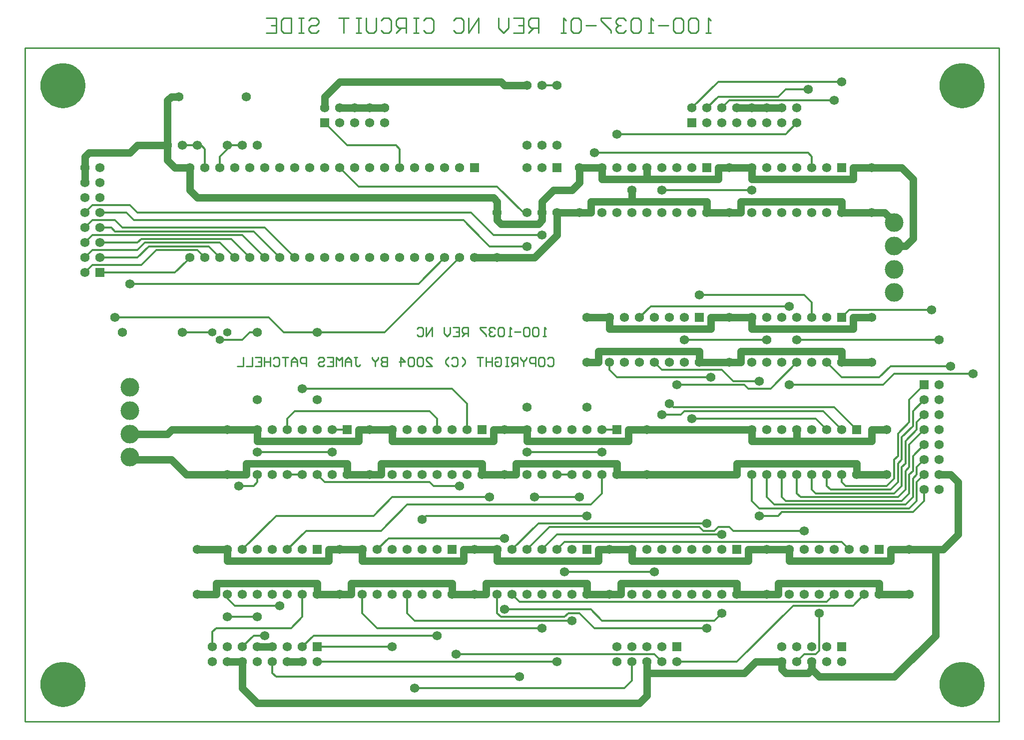
<source format=gbl>
*%FSLAX23Y23*%
*%MOIN*%
G01*
%ADD11C,0.007*%
%ADD12C,0.008*%
%ADD13C,0.010*%
%ADD14C,0.012*%
%ADD15C,0.020*%
%ADD16C,0.032*%
%ADD17C,0.036*%
%ADD18C,0.050*%
%ADD19C,0.052*%
%ADD20C,0.055*%
%ADD21C,0.056*%
%ADD22C,0.061*%
%ADD23C,0.062*%
%ADD24C,0.068*%
%ADD25C,0.070*%
%ADD26C,0.090*%
%ADD27C,0.125*%
%ADD28C,0.131*%
%ADD29C,0.140*%
%ADD30C,0.160*%
%ADD31C,0.250*%
%ADD32R,0.062X0.062*%
%ADD33R,0.068X0.068*%
%ADD34R,0.250X0.250*%
D13*
X11059Y10152D02*
X11092D01*
X11075D02*
X11059D01*
X11075D02*
Y10252D01*
X11076D01*
X11075D02*
X11092Y10235D01*
X11009D02*
X10992Y10252D01*
X10959D01*
X10942Y10235D01*
Y10169D01*
X10959Y10152D01*
X10992D01*
X11009Y10169D01*
Y10235D01*
X10909D02*
X10892Y10252D01*
X10859D01*
X10842Y10235D01*
Y10169D01*
X10859Y10152D01*
X10892D01*
X10909Y10169D01*
Y10235D01*
X10809Y10202D02*
X10742D01*
X10709Y10152D02*
X10675D01*
X10692D01*
Y10252D01*
X10693D01*
X10692D02*
X10709Y10235D01*
X10625D02*
X10609Y10252D01*
X10576D01*
X10559Y10235D01*
Y10169D01*
X10576Y10152D01*
X10609D01*
X10625Y10169D01*
Y10235D01*
X10526D02*
X10509Y10252D01*
X10476D01*
X10459Y10235D01*
Y10219D01*
X10460D01*
X10459D02*
X10460D01*
X10459D02*
X10460D01*
X10459D02*
X10476Y10202D01*
X10492D01*
X10476D01*
X10459Y10185D01*
Y10169D01*
X10476Y10152D01*
X10509D01*
X10526Y10169D01*
X10426Y10252D02*
X10359D01*
Y10235D01*
X10426Y10169D01*
Y10152D01*
X10326Y10202D02*
X10259D01*
X10226Y10235D02*
X10209Y10252D01*
X10176D01*
X10159Y10235D01*
Y10169D01*
X10176Y10152D01*
X10209D01*
X10226Y10169D01*
Y10235D01*
X10126Y10152D02*
X10092D01*
X10109D01*
Y10252D01*
X10110D01*
X10109D02*
X10126Y10235D01*
X9942Y10252D02*
Y10152D01*
Y10252D02*
X9892D01*
X9876Y10235D01*
Y10202D01*
X9892Y10185D01*
X9942D01*
X9909D02*
X9876Y10152D01*
X9842Y10252D02*
X9776D01*
X9842D02*
Y10152D01*
X9776D01*
X9809Y10202D02*
X9842D01*
X9742Y10185D02*
Y10252D01*
Y10185D02*
X9709Y10152D01*
X9676Y10185D01*
Y10252D01*
X9543D02*
Y10152D01*
X9476D02*
X9543Y10252D01*
X9476D02*
Y10152D01*
X9376Y10235D02*
X9393Y10252D01*
X9426D01*
X9443Y10235D01*
Y10169D01*
X9426Y10152D01*
X9393D01*
X9376Y10169D01*
X9193Y10252D02*
X9176Y10235D01*
X9193Y10252D02*
X9226D01*
X9243Y10235D01*
Y10169D01*
X9226Y10152D01*
X9193D01*
X9176Y10169D01*
X9143Y10252D02*
X9109D01*
X9126D01*
Y10152D01*
X9143D01*
X9109D01*
X9059D02*
Y10252D01*
X9009D01*
X8993Y10235D01*
Y10202D01*
X9009Y10185D01*
X9059D01*
X9026D02*
X8993Y10152D01*
X8893Y10235D02*
X8909Y10252D01*
X8943D01*
X8959Y10235D01*
Y10169D01*
X8943Y10152D01*
X8909D01*
X8893Y10169D01*
X8859D02*
Y10252D01*
Y10169D02*
X8843Y10152D01*
X8809D01*
X8793Y10169D01*
Y10252D01*
X8759D02*
X8726D01*
X8743D01*
Y10152D01*
X8759D01*
X8726D01*
X8676Y10252D02*
X8609D01*
X8643D01*
Y10152D01*
X8426Y10252D02*
X8410Y10235D01*
X8426Y10252D02*
X8460D01*
X8476Y10235D01*
Y10219D01*
X8460Y10202D01*
X8426D01*
X8410Y10185D01*
Y10169D01*
X8426Y10152D01*
X8460D01*
X8476Y10169D01*
X8376Y10252D02*
X8343D01*
X8360D01*
Y10152D01*
X8376D01*
X8343D01*
X8293D02*
Y10252D01*
Y10152D02*
X8243D01*
X8226Y10169D01*
Y10235D01*
X8243Y10252D01*
X8293D01*
X8193D02*
X8126D01*
X8193D02*
Y10152D01*
X8126D01*
X8160Y10202D02*
X8193D01*
X9972Y8127D02*
X9992D01*
X9982D02*
X9972D01*
X9982D02*
Y8187D01*
X9983D01*
X9982D02*
X9992Y8177D01*
X9942D02*
X9932Y8187D01*
X9912D01*
X9902Y8177D01*
Y8137D01*
X9912Y8127D01*
X9932D01*
X9942Y8137D01*
Y8177D01*
X9882D02*
X9872Y8187D01*
X9852D01*
X9842Y8177D01*
Y8137D01*
X9852Y8127D01*
X9872D01*
X9882Y8137D01*
Y8177D01*
X9822Y8157D02*
X9782D01*
X9762Y8127D02*
X9742D01*
X9752D01*
Y8187D01*
X9753D01*
X9752D02*
X9762Y8177D01*
X9712D02*
X9702Y8187D01*
X9682D01*
X9672Y8177D01*
Y8137D01*
X9682Y8127D01*
X9702D01*
X9712Y8137D01*
Y8177D01*
X9652D02*
X9642Y8187D01*
X9622D01*
X9612Y8177D01*
Y8167D01*
X9613D01*
X9612D02*
X9613D01*
X9612D02*
X9613D01*
X9612D02*
X9622Y8157D01*
X9632D01*
X9622D01*
X9612Y8147D01*
Y8137D01*
X9622Y8127D01*
X9642D01*
X9652Y8137D01*
X9592Y8187D02*
X9552D01*
Y8177D01*
X9592Y8137D01*
Y8127D01*
X9472D02*
Y8187D01*
X9442D01*
X9432Y8177D01*
Y8157D01*
X9442Y8147D01*
X9472D01*
X9452D02*
X9432Y8127D01*
X9412Y8187D02*
X9372D01*
X9412D02*
Y8127D01*
X9372D01*
X9392Y8157D02*
X9412D01*
X9352Y8147D02*
Y8187D01*
Y8147D02*
X9332Y8127D01*
X9312Y8147D01*
Y8187D01*
X9232D02*
Y8127D01*
X9192D02*
X9232Y8187D01*
X9192D02*
Y8127D01*
X9132Y8177D02*
X9142Y8187D01*
X9162D01*
X9172Y8177D01*
Y8137D01*
X9162Y8127D01*
X9142D01*
X9132Y8137D01*
X10002Y7977D02*
X10012Y7987D01*
X10032D01*
X10042Y7977D01*
Y7937D01*
X10032Y7927D01*
X10012D01*
X10002Y7937D01*
X9972Y7987D02*
X9952D01*
X9972D02*
X9982Y7977D01*
Y7937D01*
X9972Y7927D01*
X9952D01*
X9942Y7937D01*
Y7977D01*
X9952Y7987D01*
X9922D02*
Y7927D01*
Y7987D02*
X9892D01*
X9882Y7977D01*
Y7957D01*
X9892Y7947D01*
X9922D01*
X9862Y7977D02*
Y7987D01*
Y7977D02*
X9842Y7957D01*
X9822Y7977D01*
Y7987D01*
X9842Y7957D02*
Y7927D01*
X9802D02*
Y7987D01*
X9772D01*
X9762Y7977D01*
Y7957D01*
X9772Y7947D01*
X9802D01*
X9782D02*
X9762Y7927D01*
X9742Y7987D02*
X9722D01*
X9732D01*
Y7927D01*
X9742D01*
X9722D01*
X9662Y7987D02*
X9652Y7977D01*
X9662Y7987D02*
X9682D01*
X9692Y7977D01*
Y7937D01*
X9682Y7927D01*
X9662D01*
X9652Y7937D01*
Y7957D01*
X9672D01*
X9632Y7987D02*
Y7927D01*
Y7957D01*
X9592D01*
Y7987D01*
Y7927D01*
X9572Y7987D02*
X9532D01*
X9552D01*
Y7927D01*
X9452Y7947D02*
X9432Y7927D01*
X9452Y7947D02*
Y7967D01*
X9432Y7987D01*
X9372D02*
X9362Y7977D01*
X9372Y7987D02*
X9392D01*
X9402Y7977D01*
Y7937D01*
X9392Y7927D01*
X9372D01*
X9362Y7937D01*
X9342Y7927D02*
X9322Y7947D01*
Y7967D01*
X9342Y7987D01*
X9232Y7927D02*
X9192D01*
X9232D02*
X9192Y7967D01*
Y7977D01*
X9202Y7987D01*
X9222D01*
X9232Y7977D01*
X9172D02*
X9162Y7987D01*
X9142D01*
X9132Y7977D01*
Y7937D01*
X9142Y7927D01*
X9162D01*
X9172Y7937D01*
Y7977D01*
X9112D02*
X9102Y7987D01*
X9082D01*
X9072Y7977D01*
Y7937D01*
X9082Y7927D01*
X9102D01*
X9112Y7937D01*
Y7977D01*
X9022Y7987D02*
Y7927D01*
X9052Y7957D02*
X9022Y7987D01*
X9012Y7957D02*
X9052D01*
X8932Y7987D02*
Y7927D01*
X8902D01*
X8892Y7937D01*
Y7947D01*
X8902Y7957D01*
X8932D01*
X8933D01*
X8932D02*
X8933D01*
X8932D02*
X8933D01*
X8932D02*
X8902D01*
X8892Y7967D01*
Y7977D01*
X8902Y7987D01*
X8932D01*
X8872D02*
Y7977D01*
X8852Y7957D01*
X8832Y7977D01*
Y7987D01*
X8852Y7957D02*
Y7927D01*
X8732Y7987D02*
X8712D01*
X8722D02*
X8732D01*
X8722D02*
Y7937D01*
X8732Y7927D01*
X8742D01*
X8752Y7937D01*
X8692Y7927D02*
Y7967D01*
X8672Y7987D01*
X8652Y7967D01*
Y7927D01*
Y7957D01*
X8692D01*
X8632Y7927D02*
Y7987D01*
X8612Y7967D01*
X8592Y7987D01*
Y7927D01*
X8572Y7987D02*
X8532D01*
X8572D02*
Y7927D01*
X8532D01*
X8552Y7957D02*
X8572D01*
X8483Y7987D02*
X8473Y7977D01*
X8483Y7987D02*
X8502D01*
X8512Y7977D01*
Y7967D01*
X8502Y7957D01*
X8483D01*
X8473Y7947D01*
Y7937D01*
X8483Y7927D01*
X8502D01*
X8512Y7937D01*
X8393Y7927D02*
Y7987D01*
X8363D01*
X8353Y7977D01*
Y7957D01*
X8363Y7947D01*
X8393D01*
X8333Y7927D02*
Y7967D01*
X8313Y7987D01*
X8293Y7967D01*
Y7927D01*
Y7957D01*
X8333D01*
X8273Y7987D02*
X8233D01*
X8253D01*
Y7927D01*
X8183Y7987D02*
X8173Y7977D01*
X8183Y7987D02*
X8203D01*
X8213Y7977D01*
Y7937D01*
X8203Y7927D01*
X8183D01*
X8173Y7937D01*
X8153Y7927D02*
Y7987D01*
Y7957D02*
Y7927D01*
Y7957D02*
X8113D01*
Y7987D01*
Y7927D01*
X8093Y7987D02*
X8053D01*
X8093D02*
Y7927D01*
X8053D01*
X8073Y7957D02*
X8093D01*
X8033Y7987D02*
Y7927D01*
X7993D01*
X7973D02*
Y7987D01*
Y7927D02*
X7933D01*
X6517Y10052D02*
X13017D01*
Y5552D02*
X6517D01*
Y10052D01*
X13017D02*
Y5552D01*
D14*
X8117Y8652D02*
X7967Y8802D01*
X7892Y8777D02*
X8017Y8652D01*
X8042Y8827D02*
X8217Y8652D01*
X8317D02*
X8117Y8852D01*
X9442Y8902D02*
X9567Y8777D01*
X9642Y8802D02*
X9492Y8952D01*
X9667Y9127D02*
X9842Y8952D01*
X8742Y9127D02*
X8617Y9252D01*
X8667Y9402D02*
X8517Y9552D01*
X11842Y7627D02*
X11967Y7502D01*
X12067D02*
X11917Y7652D01*
X9317Y8652D02*
X9142Y8477D01*
X9417Y8652D02*
X8917Y8152D01*
X9942Y6877D02*
X9767Y6702D01*
X9867D02*
X10017Y6852D01*
X10967Y9652D02*
X11142Y9827D01*
X11667Y7952D02*
X11492Y7777D01*
X9067Y7002D02*
X8892Y6827D01*
X8392D02*
X8267Y6702D01*
X8842Y6927D02*
X8967Y7052D01*
X8192Y6927D02*
X7967Y6702D01*
X11267Y5952D02*
X11642Y6327D01*
X9817Y5852D02*
X8192D01*
X9117Y5777D02*
X10517D01*
X11717Y6002D02*
X11792D01*
X10067Y5952D02*
X8467D01*
Y6052D02*
X8967D01*
X9392Y6002D02*
X10717D01*
X10867Y5952D02*
X11267D01*
X6967Y8602D02*
X6917Y8552D01*
Y8652D02*
X6967Y8702D01*
X6917Y8752D02*
X6967Y8802D01*
X6917Y8852D02*
X6967Y8902D01*
X6917Y8952D02*
X6967Y9002D01*
X8042Y6127D02*
X8117D01*
X8067Y6252D02*
X7867D01*
X8442Y6127D02*
X9267D01*
X8867Y6177D02*
X9967D01*
X10167Y6227D02*
X9117D01*
X9692Y6252D02*
X10117D01*
X10142Y6277D02*
X10217D01*
X10317Y6177D02*
X11067D01*
X11117Y6227D02*
X10367D01*
X10292Y6302D02*
X9717D01*
X8292Y6177D02*
X7792D01*
X7117Y8827D02*
X7092Y8852D01*
X7117Y8902D02*
X7167Y8852D01*
X7242Y8902D02*
X7192Y8952D01*
X7217Y9002D02*
X7267Y8952D01*
X7342Y8727D02*
X7267Y8652D01*
Y8702D02*
X7317Y8752D01*
X7292Y8777D02*
X7267Y8752D01*
X9817Y6352D02*
X11867D01*
X8217Y6327D02*
X7917D01*
X11642D02*
X12042D01*
X7392Y8702D02*
X7292Y8602D01*
X10117Y6552D02*
X10717D01*
X7717Y8652D02*
X7667Y8702D01*
X7592Y8627D02*
X7517Y8552D01*
X7592Y8627D02*
X7617Y8652D01*
X9942Y6877D02*
X11067D01*
X11017Y6852D02*
X10017D01*
X10117Y6752D02*
X11967D01*
X11167Y6802D02*
X10067D01*
X11042Y6827D02*
X11117D01*
X11142Y6852D02*
X11217D01*
X11242Y6827D02*
X11717D01*
X8892D02*
X8392D01*
X8942Y6777D02*
X9717D01*
X7817Y9252D02*
Y9327D01*
X7717Y9377D02*
Y9252D01*
X7767Y6152D02*
Y6052D01*
X7817Y8652D02*
X7742Y8727D01*
X7817Y8752D02*
X7917Y8652D01*
X7717Y9377D02*
X7692Y9402D01*
X7817Y9327D02*
X7867Y9377D01*
X7792Y6177D02*
X7767Y6152D01*
X9917Y7052D02*
X10217D01*
X10267Y6927D02*
X9192D01*
X11692Y7052D02*
X12342D01*
X12392Y7002D02*
X11517D01*
X11417Y6977D02*
X12417D01*
X12367Y7027D02*
X11592D01*
X11792Y7077D02*
X12317D01*
X12442Y6952D02*
X11567D01*
X11542Y6927D02*
X11417D01*
X10292Y7002D02*
X9067D01*
X8842Y6927D02*
X8192D01*
X8967Y7052D02*
X9617D01*
X7867Y9377D02*
Y9402D01*
Y6402D02*
Y6377D01*
X7917Y6327D01*
X7967Y8102D02*
X8017Y8152D01*
X8067Y7152D02*
X8042Y7127D01*
Y6127D02*
X7967Y6052D01*
X8267Y7202D02*
X8367D01*
X8042Y7127D02*
X7942D01*
X10067Y7202D02*
X10167D01*
X11892Y7102D02*
X12292D01*
X12267Y7127D02*
X11992D01*
X9217Y7152D02*
X8517D01*
X9242Y7127D02*
X9417D01*
X8067Y7152D02*
Y7202D01*
X8167Y5952D02*
Y5877D01*
X8242Y8152D02*
X8142Y8252D01*
X8167Y5877D02*
X8192Y5852D01*
X9867Y7352D02*
X10367D01*
X8567D02*
X8067D01*
X8267Y7502D02*
Y7577D01*
X8367Y6402D02*
Y6252D01*
X8267Y7577D02*
X8317Y7627D01*
X8442Y6127D02*
X8367Y6052D01*
X8292Y6177D02*
X8367Y6252D01*
X8317Y7627D02*
X9217D01*
X8667Y7502D02*
X8567D01*
X10367D02*
X10467D01*
X10967Y7577D02*
X11792D01*
X10892Y7602D02*
X10767D01*
X10917Y7627D02*
X11842D01*
X11917Y7652D02*
X10842D01*
X8517Y7152D02*
X8467Y7202D01*
X8367Y7777D02*
X9367D01*
X10467Y7852D02*
X11092D01*
X11242Y7827D02*
X11417D01*
X11317Y7802D02*
X10867D01*
X11342Y7777D02*
X11492D01*
X12317Y7877D02*
X12842D01*
X12217Y7852D02*
X11967D01*
X12242Y7802D02*
X11617D01*
X8767Y6402D02*
Y6277D01*
X8867Y6177D01*
X10767Y7902D02*
X11167D01*
X12292Y7927D02*
X12692D01*
X9017Y9252D02*
Y9377D01*
X8992Y9402D01*
X8942Y6777D02*
X8867Y6702D01*
X7767Y8152D02*
X7567D01*
X7817Y8102D02*
X7967D01*
X8017Y8152D02*
X8067D01*
X8142Y8252D02*
X7117D01*
X8467Y8152D02*
X8917D01*
X8467D02*
X8242D01*
X10917Y8102D02*
X11467D01*
X11667D02*
X12617D01*
X9067Y6402D02*
Y6277D01*
X9267Y7577D02*
X9217Y7627D01*
Y7152D02*
X9242Y7127D01*
X9067Y6277D02*
X9117Y6227D01*
X9167Y6902D02*
X9192Y6927D01*
X11017Y8402D02*
X11717D01*
X12017Y8302D02*
X12567D01*
X11617Y8327D02*
X10692D01*
X9267Y7577D02*
Y7502D01*
X9467Y7677D02*
X9367Y7777D01*
X7517Y8552D02*
X7017D01*
X6967Y8602D02*
X7292D01*
X7267Y8652D02*
X7017D01*
X7217Y8477D02*
X9142D01*
X9467Y7677D02*
Y7502D01*
X9617Y8727D02*
X9567Y8777D01*
X7667Y8702D02*
X7392D01*
X7342Y8727D02*
X7742D01*
X7267Y8702D02*
X6967D01*
X7317Y8752D02*
X7817D01*
X7267D02*
X7017D01*
X6967Y8802D02*
X7267D01*
X7367D02*
X7967D01*
X7367D02*
X7267D01*
X7292Y8777D02*
X7892D01*
X8042Y8827D02*
X7117D01*
X7092Y8852D02*
X7017D01*
X7167D02*
X8117D01*
X9617Y8727D02*
X9867D01*
X9967Y8802D02*
X9642D01*
X9667Y6402D02*
Y6277D01*
X9767Y6402D02*
X9817Y6352D01*
X9692Y6252D02*
X9667Y6277D01*
X7117Y8902D02*
X6967D01*
X7242D02*
X9442D01*
X7192Y8952D02*
X7017D01*
X6967Y9002D02*
X7217D01*
X7267Y8952D02*
X9492D01*
X9842D02*
X9867D01*
X10067Y6802D02*
X9967Y6702D01*
X9667Y9127D02*
X8742D01*
X10767Y9102D02*
X11367D01*
X10117Y6752D02*
X10067Y6702D01*
X10142Y6277D02*
X10117Y6252D01*
X8992Y9402D02*
X8667D01*
X7967D02*
X7867D01*
X7692D02*
X7667D01*
X7567D01*
X10317Y9352D02*
X11742D01*
X10367Y7202D02*
Y7077D01*
X10217Y6277D02*
X10317Y6177D01*
X10367Y6227D02*
X10292Y6302D01*
Y7002D02*
X10367Y7077D01*
X10467Y9477D02*
X11592D01*
X10417Y7952D02*
Y7902D01*
X10567Y5952D02*
Y5827D01*
X10467Y7852D02*
X10417Y7902D01*
X10567Y5827D02*
X10517Y5777D01*
X10067Y9802D02*
X9967D01*
X11217Y9702D02*
X11917D01*
X11542Y9727D02*
X11142D01*
X11592Y9777D02*
X11742D01*
X11967Y9827D02*
X11142D01*
X10717Y7952D02*
X10767Y7902D01*
X10717Y6002D02*
X10767Y5952D01*
X10617Y8252D02*
X10692Y8327D01*
X10817Y7677D02*
X10842Y7652D01*
X10892Y7602D02*
X10917Y7627D01*
X11017Y6852D02*
X11042Y6827D01*
X11242Y7827D02*
X11167Y7902D01*
X11142Y6852D02*
X11117Y6827D01*
X11167Y9652D02*
X11217Y9702D01*
X11142Y9727D02*
X11067Y9652D01*
X11167Y6277D02*
X11117Y6227D01*
X11367Y7027D02*
Y7202D01*
X11217Y6852D02*
X11242Y6827D01*
X11417Y6977D02*
X11367Y7027D01*
X11342Y7777D02*
X11317Y7802D01*
X11467Y7202D02*
Y7052D01*
X11567D02*
Y7202D01*
X11467Y7052D02*
X11517Y7002D01*
X11567Y7052D02*
X11592Y7027D01*
X11567Y6952D02*
X11542Y6927D01*
Y9727D02*
X11592Y9777D01*
X11667Y7202D02*
Y7077D01*
X11767Y7102D02*
Y7202D01*
Y8252D02*
Y8352D01*
Y9252D02*
Y9327D01*
X11667Y7077D02*
X11692Y7052D01*
X11767Y7102D02*
X11792Y7077D01*
X11767Y8352D02*
X11717Y8402D01*
X11767Y9327D02*
X11742Y9352D01*
X11717Y6002D02*
X11667Y5952D01*
X11592Y9477D02*
X11667Y9552D01*
X11867Y7202D02*
Y7127D01*
X11967Y7152D02*
Y7202D01*
X11817Y6277D02*
Y6027D01*
X12017Y6702D02*
X11967Y6752D01*
X11892Y7102D02*
X11867Y7127D01*
X11967Y7152D02*
X11992Y7127D01*
X11867Y7502D02*
X11792Y7577D01*
X11967Y7852D02*
X11867Y7952D01*
X11917Y6402D02*
X11867Y6352D01*
X11817Y6027D02*
X11792Y6002D01*
X11967Y8252D02*
X12017Y8302D01*
X12117Y6402D02*
X12042Y6327D01*
X12342Y7152D02*
Y7277D01*
X12317Y7302D02*
Y7177D01*
X12342Y7327D02*
Y7477D01*
X12392Y7102D02*
X12342Y7052D01*
X12317Y7077D02*
X12367Y7127D01*
X12342Y7152D02*
X12292Y7102D01*
X12342Y7277D02*
X12367Y7302D01*
X12317Y7177D02*
X12267Y7127D01*
X12317Y7302D02*
X12342Y7327D01*
Y7477D02*
X12417Y7552D01*
X12242Y7802D02*
X12317Y7877D01*
X12292Y7927D02*
X12217Y7852D01*
X12467Y7252D02*
Y7202D01*
X12442Y7227D02*
Y7327D01*
X12417Y7252D02*
Y7402D01*
X12467Y7152D02*
Y7027D01*
X12442Y7052D02*
Y7177D01*
X12417Y7202D02*
Y7077D01*
X12392Y7102D02*
Y7227D01*
X12367Y7252D02*
Y7127D01*
X12392Y7277D02*
Y7427D01*
X12467Y7502D02*
Y7552D01*
X12367Y7452D02*
Y7302D01*
X12442Y7527D02*
Y7627D01*
X12417Y7552D02*
Y7702D01*
X12517Y7102D02*
Y7027D01*
X12467Y7252D02*
X12517Y7302D01*
X12442Y7327D02*
X12517Y7402D01*
X12417D02*
X12517Y7502D01*
Y7202D02*
X12467Y7152D01*
X12442Y7177D02*
X12467Y7202D01*
X12442Y7052D02*
X12392Y7002D01*
X12417Y6977D02*
X12467Y7027D01*
X12417Y7077D02*
X12367Y7027D01*
X12417Y7202D02*
X12442Y7227D01*
X12417Y7252D02*
X12392Y7227D01*
X12367Y7252D02*
X12392Y7277D01*
Y7427D02*
X12467Y7502D01*
Y7552D02*
X12517Y7602D01*
X12442Y7527D02*
X12367Y7452D01*
X12442Y7627D02*
X12517Y7702D01*
X12417D02*
X12517Y7802D01*
Y7027D02*
X12442Y6952D01*
D18*
X8067Y5677D02*
X7967Y5777D01*
X11767Y5902D02*
X11817Y5852D01*
X7592Y7202D02*
X7492Y7302D01*
X12251Y8952D02*
X12317Y8886D01*
X9692Y8877D02*
X9667Y8902D01*
Y9027D02*
X9642Y9052D01*
X7667D02*
X7617Y9102D01*
X7517Y9252D02*
X7467Y9302D01*
X12367Y9252D02*
X12442Y9177D01*
X9717Y9802D02*
X9692Y9827D01*
X12692Y7202D02*
X12742Y7152D01*
X11567Y5902D02*
X11592Y5877D01*
X10667Y5727D02*
X10617Y5677D01*
X12317Y5852D02*
X12592Y6127D01*
X7495Y7502D02*
X7467Y7474D01*
X9917Y8652D02*
X10067Y8802D01*
X9967Y8902D02*
X9942Y8877D01*
X7492Y9727D02*
X7467Y9702D01*
X12392Y8730D02*
X12442Y8780D01*
X10217Y9152D02*
X10167Y9102D01*
X10042D02*
X9967Y9027D01*
X8617Y9827D02*
X8517Y9727D01*
X6942Y9352D02*
X6917Y9327D01*
X7217Y9352D02*
X7267Y9402D01*
X12642Y6702D02*
X12742Y6802D01*
X11392Y5952D02*
X11317Y5877D01*
X11742D02*
X11767Y5902D01*
X10617Y5677D02*
X8067D01*
X11817Y5852D02*
X12317D01*
X11317Y5877D02*
X10667D01*
X11592D02*
X11742D01*
X7967Y5952D02*
X7867D01*
X8267D02*
X8367D01*
X8167Y6052D02*
X8067D01*
X11392Y5952D02*
X11567D01*
X6917Y9152D02*
Y9252D01*
Y9327D01*
X7217Y7318D02*
Y7302D01*
X11542Y6477D02*
X12217D01*
Y6402D02*
X12417D01*
X11542D02*
X11467D01*
X11267Y6477D02*
X10492D01*
X11267Y6402D02*
X11467D01*
X10492D02*
X10417D01*
X10267Y6477D02*
X9592D01*
X10267Y6402D02*
X10417D01*
X9592D02*
X9517D01*
X9367Y6477D02*
X8692D01*
X9367Y6402D02*
X9517D01*
X8692D02*
X8617D01*
X8467Y6477D02*
X7792D01*
Y6402D02*
X7667D01*
X8467D02*
X8617D01*
X7467Y9302D02*
Y9402D01*
Y9702D01*
X7867Y6627D02*
X8542D01*
X7867Y6702D02*
X7667D01*
X8542D02*
X8617D01*
X8767Y6627D02*
X9442D01*
X8767Y6702D02*
X8617D01*
X9442D02*
X9517D01*
X9667Y6627D02*
X10342D01*
X9667Y6702D02*
X9517D01*
X10342D02*
X10417D01*
X10567Y6627D02*
X11342D01*
X10567Y6702D02*
X10417D01*
X11342D02*
X11467D01*
X11617Y6627D02*
X12292D01*
X11617Y6702D02*
X11467D01*
X12292D02*
X12417D01*
X12642D01*
X7617Y9102D02*
Y9252D01*
X7792Y6477D02*
Y6402D01*
X7967Y5952D02*
Y5777D01*
X7867Y6627D02*
Y6702D01*
X7992Y7202D02*
Y7277D01*
X11267D02*
X12067D01*
Y7202D02*
X12267D01*
X11267D02*
X10667D01*
X10467Y7277D02*
X9792D01*
X10467Y7202D02*
X10667D01*
X9792D02*
X9717D01*
X9567Y7277D02*
X8892D01*
X9567Y7202D02*
X9717D01*
X8892D02*
X8817D01*
X8667Y7277D02*
X7992D01*
X8667Y7202D02*
X8817D01*
X7992D02*
X7867D01*
X7592D01*
X12617D02*
X12692D01*
X8067Y7427D02*
Y7502D01*
X7492Y7302D02*
X7217D01*
Y7474D02*
X7467D01*
X8067Y7427D02*
X8742D01*
X9867D02*
X10542D01*
X11367D02*
X12167D01*
X9642D02*
X8967D01*
X7867Y7502D02*
X7495D01*
X7867D02*
X8067D01*
X8742D02*
X8817D01*
X8967D01*
X9717D02*
X9867D01*
X10542D02*
X10667D01*
X12167D02*
X12267D01*
X11367D02*
X10667D01*
X9717D02*
X9642D01*
X8467Y6477D02*
Y6402D01*
X8542Y6627D02*
Y6702D01*
X8517Y9652D02*
Y9727D01*
X8692Y6477D02*
Y6402D01*
X8767Y6627D02*
Y6702D01*
X8667Y7202D02*
Y7277D01*
X8742Y7427D02*
Y7502D01*
X11292Y8027D02*
X11967D01*
Y7952D02*
X12167D01*
X11292D02*
X11217D01*
X11017Y8027D02*
X10342D01*
Y7952D02*
X10267D01*
X11017D02*
X11217D01*
X8892Y7277D02*
Y7202D01*
X8967Y7427D02*
Y7502D01*
X10417Y8177D02*
X11092D01*
X10417Y8252D02*
X10267D01*
X11092D02*
X11217D01*
X11367Y8177D02*
X12042D01*
Y8252D02*
X12167D01*
X11367D02*
X11217D01*
X9367Y6477D02*
Y6402D01*
X9667Y8652D02*
X9917D01*
X9667D02*
X9517D01*
X9592Y6477D02*
Y6402D01*
X9442Y6627D02*
Y6702D01*
X9567Y7202D02*
Y7277D01*
X12317Y8730D02*
X12392D01*
X9667Y6702D02*
Y6627D01*
X9792Y7202D02*
Y7277D01*
X9642Y7427D02*
Y7502D01*
X9667Y8902D02*
Y8952D01*
Y9027D01*
X12167Y8952D02*
X12251D01*
X11967Y9027D02*
X11292D01*
X11967Y8952D02*
X12167D01*
X11292D02*
X11217D01*
X11067Y9027D02*
X10292D01*
X11067Y8952D02*
X11217D01*
X10292D02*
X10217D01*
X10067D01*
X9917Y8877D02*
X9692D01*
X9917D02*
X9942D01*
X9642Y9052D02*
X7667D01*
X9867Y7502D02*
Y7427D01*
X9967Y8902D02*
Y8952D01*
Y9027D01*
X11367Y9177D02*
X12042D01*
X11142D02*
X10667D01*
X10367D01*
X10167Y9102D02*
X10042D01*
X10067Y8952D02*
Y8802D01*
X7617Y9252D02*
X7517D01*
X12167D02*
X12367D01*
X12167D02*
X12042D01*
X11367D02*
X11217D01*
X11142D01*
X10367D02*
X10217D01*
X7217Y9352D02*
X6942D01*
X7267Y9402D02*
X7467D01*
X10267Y6477D02*
Y6402D01*
X10342Y6627D02*
Y6702D01*
Y7952D02*
Y8027D01*
X10292Y8952D02*
Y9027D01*
X10367Y9177D02*
Y9252D01*
X10217D02*
Y9152D01*
X10492Y6477D02*
Y6402D01*
X10567Y6627D02*
Y6702D01*
X10467Y7202D02*
Y7277D01*
X10542Y7427D02*
Y7502D01*
X10417Y8177D02*
Y8252D01*
X10567Y9027D02*
Y9102D01*
X8917Y9652D02*
X8817D01*
X8717D01*
X8617D01*
X7542Y9727D02*
X7492D01*
X8617Y9827D02*
X9692D01*
X9717Y9802D02*
X9867D01*
X11267Y9652D02*
X11367D01*
X11467D02*
X11567D01*
X11467D02*
X11367D01*
X10667Y5877D02*
Y5727D01*
Y9177D02*
Y9252D01*
Y5952D02*
Y5877D01*
X11017Y7952D02*
Y8027D01*
X11092Y8177D02*
Y8252D01*
X11067Y8952D02*
Y9027D01*
X11142Y9177D02*
Y9252D01*
X11267Y6477D02*
Y6402D01*
X11342Y6627D02*
Y6702D01*
X11267Y7202D02*
Y7277D01*
X11367Y7427D02*
Y7502D01*
X11292Y7952D02*
Y8027D01*
X11367Y8177D02*
Y8252D01*
X11292Y8952D02*
Y9027D01*
X11367Y9177D02*
Y9252D01*
X11542Y6477D02*
Y6402D01*
X11567Y5952D02*
Y5902D01*
X11767D02*
Y5952D01*
X11617Y6627D02*
Y6702D01*
X11667Y7427D02*
Y7502D01*
X11967Y7952D02*
Y8027D01*
Y8952D02*
Y9027D01*
X12067Y7277D02*
Y7202D01*
X12167Y7427D02*
Y7502D01*
X12042Y8177D02*
Y8252D01*
Y9177D02*
Y9252D01*
X12217Y6477D02*
Y6402D01*
X12292Y6627D02*
Y6702D01*
X12442Y8780D02*
Y9177D01*
X12592Y6702D02*
Y6127D01*
X12742Y6802D02*
Y7152D01*
X12642Y9802D02*
X12643D01*
X12642D02*
X12642Y9792D01*
X12644Y9782D01*
X12646Y9772D01*
X12648Y9762D01*
X12652Y9753D01*
X12656Y9744D01*
X12661Y9735D01*
X12667Y9727D01*
X12673Y9719D01*
X12680Y9712D01*
X12688Y9705D01*
X12696Y9699D01*
X12704Y9694D01*
X12713Y9689D01*
X12723Y9685D01*
X12732Y9682D01*
X12742Y9680D01*
X12752Y9678D01*
X12762Y9677D01*
X12772D01*
X12782Y9678D01*
X12792Y9680D01*
X12802Y9682D01*
X12811Y9685D01*
X12821Y9689D01*
X12830Y9694D01*
X12838Y9699D01*
X12846Y9705D01*
X12854Y9712D01*
X12861Y9719D01*
X12867Y9727D01*
X12873Y9735D01*
X12878Y9744D01*
X12882Y9753D01*
X12886Y9762D01*
X12888Y9772D01*
X12890Y9782D01*
X12892Y9792D01*
X12892Y9802D01*
X12893D01*
X12892D02*
X12892Y9812D01*
X12890Y9822D01*
X12888Y9832D01*
X12886Y9842D01*
X12882Y9851D01*
X12878Y9860D01*
X12873Y9869D01*
X12867Y9877D01*
X12861Y9885D01*
X12854Y9892D01*
X12846Y9899D01*
X12838Y9905D01*
X12830Y9910D01*
X12821Y9915D01*
X12811Y9919D01*
X12802Y9922D01*
X12792Y9924D01*
X12782Y9926D01*
X12772Y9927D01*
X12762D01*
X12752Y9926D01*
X12742Y9924D01*
X12732Y9922D01*
X12723Y9919D01*
X12713Y9915D01*
X12704Y9910D01*
X12696Y9905D01*
X12688Y9899D01*
X12680Y9892D01*
X12673Y9885D01*
X12667Y9877D01*
X12661Y9869D01*
X12656Y9860D01*
X12652Y9851D01*
X12648Y9842D01*
X12646Y9832D01*
X12644Y9822D01*
X12642Y9812D01*
X12642Y9802D01*
X12690D02*
X12691D01*
X12690D02*
X12691Y9793D01*
X12692Y9784D01*
X12695Y9776D01*
X12698Y9767D01*
X12703Y9760D01*
X12708Y9753D01*
X12714Y9746D01*
X12721Y9740D01*
X12728Y9735D01*
X12737Y9731D01*
X12745Y9728D01*
X12754Y9726D01*
X12763Y9725D01*
X12771D01*
X12780Y9726D01*
X12789Y9728D01*
X12797Y9731D01*
X12806Y9735D01*
X12813Y9740D01*
X12820Y9746D01*
X12826Y9753D01*
X12831Y9760D01*
X12836Y9767D01*
X12839Y9776D01*
X12842Y9784D01*
X12843Y9793D01*
X12844Y9802D01*
X12845D01*
X12844D02*
X12843Y9811D01*
X12842Y9820D01*
X12839Y9828D01*
X12836Y9837D01*
X12831Y9844D01*
X12826Y9851D01*
X12820Y9858D01*
X12813Y9864D01*
X12806Y9869D01*
X12797Y9873D01*
X12789Y9876D01*
X12780Y9878D01*
X12771Y9879D01*
X12763D01*
X12754Y9878D01*
X12745Y9876D01*
X12737Y9873D01*
X12728Y9869D01*
X12721Y9864D01*
X12714Y9858D01*
X12708Y9851D01*
X12703Y9844D01*
X12698Y9837D01*
X12695Y9828D01*
X12692Y9820D01*
X12691Y9811D01*
X12690Y9802D01*
X12738D02*
X12739D01*
X12738D02*
X12739Y9796D01*
X12741Y9790D01*
X12744Y9785D01*
X12748Y9780D01*
X12752Y9777D01*
X12758Y9774D01*
X12764Y9773D01*
X12770D01*
X12776Y9774D01*
X12782Y9777D01*
X12786Y9780D01*
X12790Y9785D01*
X12793Y9790D01*
X12795Y9796D01*
X12796Y9802D01*
X12797D01*
X12796D02*
X12795Y9808D01*
X12793Y9814D01*
X12790Y9819D01*
X12786Y9824D01*
X12782Y9827D01*
X12776Y9830D01*
X12770Y9831D01*
X12764D01*
X12758Y9830D01*
X12752Y9827D01*
X12748Y9824D01*
X12744Y9819D01*
X12741Y9814D01*
X12739Y9808D01*
X12738Y9802D01*
X12767D02*
D03*
X12642Y5802D02*
X12643D01*
X12642D02*
X12642Y5792D01*
X12644Y5782D01*
X12646Y5772D01*
X12648Y5762D01*
X12652Y5753D01*
X12656Y5744D01*
X12661Y5735D01*
X12667Y5727D01*
X12673Y5719D01*
X12680Y5712D01*
X12688Y5705D01*
X12696Y5699D01*
X12704Y5694D01*
X12713Y5689D01*
X12723Y5685D01*
X12732Y5682D01*
X12742Y5680D01*
X12752Y5678D01*
X12762Y5677D01*
X12772D01*
X12782Y5678D01*
X12792Y5680D01*
X12802Y5682D01*
X12811Y5685D01*
X12821Y5689D01*
X12830Y5694D01*
X12838Y5699D01*
X12846Y5705D01*
X12854Y5712D01*
X12861Y5719D01*
X12867Y5727D01*
X12873Y5735D01*
X12878Y5744D01*
X12882Y5753D01*
X12886Y5762D01*
X12888Y5772D01*
X12890Y5782D01*
X12892Y5792D01*
X12892Y5802D01*
X12893D01*
X12892D02*
X12892Y5812D01*
X12890Y5822D01*
X12888Y5832D01*
X12886Y5842D01*
X12882Y5851D01*
X12878Y5860D01*
X12873Y5869D01*
X12867Y5877D01*
X12861Y5885D01*
X12854Y5892D01*
X12846Y5899D01*
X12838Y5905D01*
X12830Y5910D01*
X12821Y5915D01*
X12811Y5919D01*
X12802Y5922D01*
X12792Y5924D01*
X12782Y5926D01*
X12772Y5927D01*
X12762D01*
X12752Y5926D01*
X12742Y5924D01*
X12732Y5922D01*
X12723Y5919D01*
X12713Y5915D01*
X12704Y5910D01*
X12696Y5905D01*
X12688Y5899D01*
X12680Y5892D01*
X12673Y5885D01*
X12667Y5877D01*
X12661Y5869D01*
X12656Y5860D01*
X12652Y5851D01*
X12648Y5842D01*
X12646Y5832D01*
X12644Y5822D01*
X12642Y5812D01*
X12642Y5802D01*
X12690D02*
X12691D01*
X12690D02*
X12691Y5793D01*
X12692Y5784D01*
X12695Y5776D01*
X12698Y5767D01*
X12703Y5760D01*
X12708Y5753D01*
X12714Y5746D01*
X12721Y5740D01*
X12728Y5735D01*
X12737Y5731D01*
X12745Y5728D01*
X12754Y5726D01*
X12763Y5725D01*
X12771D01*
X12780Y5726D01*
X12789Y5728D01*
X12797Y5731D01*
X12806Y5735D01*
X12813Y5740D01*
X12820Y5746D01*
X12826Y5753D01*
X12831Y5760D01*
X12836Y5767D01*
X12839Y5776D01*
X12842Y5784D01*
X12843Y5793D01*
X12844Y5802D01*
X12845D01*
X12844D02*
X12843Y5811D01*
X12842Y5820D01*
X12839Y5828D01*
X12836Y5837D01*
X12831Y5844D01*
X12826Y5851D01*
X12820Y5858D01*
X12813Y5864D01*
X12806Y5869D01*
X12797Y5873D01*
X12789Y5876D01*
X12780Y5878D01*
X12771Y5879D01*
X12763D01*
X12754Y5878D01*
X12745Y5876D01*
X12737Y5873D01*
X12728Y5869D01*
X12721Y5864D01*
X12714Y5858D01*
X12708Y5851D01*
X12703Y5844D01*
X12698Y5837D01*
X12695Y5828D01*
X12692Y5820D01*
X12691Y5811D01*
X12690Y5802D01*
X12738D02*
X12739D01*
X12738D02*
X12739Y5796D01*
X12741Y5790D01*
X12744Y5785D01*
X12748Y5780D01*
X12752Y5777D01*
X12758Y5774D01*
X12764Y5773D01*
X12770D01*
X12776Y5774D01*
X12782Y5777D01*
X12786Y5780D01*
X12790Y5785D01*
X12793Y5790D01*
X12795Y5796D01*
X12796Y5802D01*
X12797D01*
X12796D02*
X12795Y5808D01*
X12793Y5814D01*
X12790Y5819D01*
X12786Y5824D01*
X12782Y5827D01*
X12776Y5830D01*
X12770Y5831D01*
X12764D01*
X12758Y5830D01*
X12752Y5827D01*
X12748Y5824D01*
X12744Y5819D01*
X12741Y5814D01*
X12739Y5808D01*
X12738Y5802D01*
X12767D02*
D03*
X6642Y9802D02*
X6643D01*
X6642D02*
X6642Y9792D01*
X6644Y9782D01*
X6646Y9772D01*
X6648Y9762D01*
X6652Y9753D01*
X6656Y9744D01*
X6661Y9735D01*
X6667Y9727D01*
X6673Y9719D01*
X6680Y9712D01*
X6688Y9705D01*
X6696Y9699D01*
X6704Y9694D01*
X6713Y9689D01*
X6723Y9685D01*
X6732Y9682D01*
X6742Y9680D01*
X6752Y9678D01*
X6762Y9677D01*
X6772D01*
X6782Y9678D01*
X6792Y9680D01*
X6802Y9682D01*
X6811Y9685D01*
X6821Y9689D01*
X6830Y9694D01*
X6838Y9699D01*
X6846Y9705D01*
X6854Y9712D01*
X6861Y9719D01*
X6867Y9727D01*
X6873Y9735D01*
X6878Y9744D01*
X6882Y9753D01*
X6886Y9762D01*
X6888Y9772D01*
X6890Y9782D01*
X6892Y9792D01*
X6892Y9802D01*
X6893D01*
X6892D02*
X6892Y9812D01*
X6890Y9822D01*
X6888Y9832D01*
X6886Y9842D01*
X6882Y9851D01*
X6878Y9860D01*
X6873Y9869D01*
X6867Y9877D01*
X6861Y9885D01*
X6854Y9892D01*
X6846Y9899D01*
X6838Y9905D01*
X6830Y9910D01*
X6821Y9915D01*
X6811Y9919D01*
X6802Y9922D01*
X6792Y9924D01*
X6782Y9926D01*
X6772Y9927D01*
X6762D01*
X6752Y9926D01*
X6742Y9924D01*
X6732Y9922D01*
X6723Y9919D01*
X6713Y9915D01*
X6704Y9910D01*
X6696Y9905D01*
X6688Y9899D01*
X6680Y9892D01*
X6673Y9885D01*
X6667Y9877D01*
X6661Y9869D01*
X6656Y9860D01*
X6652Y9851D01*
X6648Y9842D01*
X6646Y9832D01*
X6644Y9822D01*
X6642Y9812D01*
X6642Y9802D01*
X6690D02*
X6691D01*
X6690D02*
X6691Y9793D01*
X6692Y9784D01*
X6695Y9776D01*
X6698Y9767D01*
X6703Y9760D01*
X6708Y9753D01*
X6714Y9746D01*
X6721Y9740D01*
X6728Y9735D01*
X6737Y9731D01*
X6745Y9728D01*
X6754Y9726D01*
X6763Y9725D01*
X6771D01*
X6780Y9726D01*
X6789Y9728D01*
X6797Y9731D01*
X6806Y9735D01*
X6813Y9740D01*
X6820Y9746D01*
X6826Y9753D01*
X6831Y9760D01*
X6836Y9767D01*
X6839Y9776D01*
X6842Y9784D01*
X6843Y9793D01*
X6844Y9802D01*
X6845D01*
X6844D02*
X6843Y9811D01*
X6842Y9820D01*
X6839Y9828D01*
X6836Y9837D01*
X6831Y9844D01*
X6826Y9851D01*
X6820Y9858D01*
X6813Y9864D01*
X6806Y9869D01*
X6797Y9873D01*
X6789Y9876D01*
X6780Y9878D01*
X6771Y9879D01*
X6763D01*
X6754Y9878D01*
X6745Y9876D01*
X6737Y9873D01*
X6728Y9869D01*
X6721Y9864D01*
X6714Y9858D01*
X6708Y9851D01*
X6703Y9844D01*
X6698Y9837D01*
X6695Y9828D01*
X6692Y9820D01*
X6691Y9811D01*
X6690Y9802D01*
X6738D02*
X6739D01*
X6738D02*
X6739Y9796D01*
X6741Y9790D01*
X6744Y9785D01*
X6748Y9780D01*
X6752Y9777D01*
X6758Y9774D01*
X6764Y9773D01*
X6770D01*
X6776Y9774D01*
X6782Y9777D01*
X6786Y9780D01*
X6790Y9785D01*
X6793Y9790D01*
X6795Y9796D01*
X6796Y9802D01*
X6797D01*
X6796D02*
X6795Y9808D01*
X6793Y9814D01*
X6790Y9819D01*
X6786Y9824D01*
X6782Y9827D01*
X6776Y9830D01*
X6770Y9831D01*
X6764D01*
X6758Y9830D01*
X6752Y9827D01*
X6748Y9824D01*
X6744Y9819D01*
X6741Y9814D01*
X6739Y9808D01*
X6738Y9802D01*
X6767D02*
D03*
X6642Y5802D02*
X6643D01*
X6642D02*
X6642Y5792D01*
X6644Y5782D01*
X6646Y5772D01*
X6648Y5762D01*
X6652Y5753D01*
X6656Y5744D01*
X6661Y5735D01*
X6667Y5727D01*
X6673Y5719D01*
X6680Y5712D01*
X6688Y5705D01*
X6696Y5699D01*
X6704Y5694D01*
X6713Y5689D01*
X6723Y5685D01*
X6732Y5682D01*
X6742Y5680D01*
X6752Y5678D01*
X6762Y5677D01*
X6772D01*
X6782Y5678D01*
X6792Y5680D01*
X6802Y5682D01*
X6811Y5685D01*
X6821Y5689D01*
X6830Y5694D01*
X6838Y5699D01*
X6846Y5705D01*
X6854Y5712D01*
X6861Y5719D01*
X6867Y5727D01*
X6873Y5735D01*
X6878Y5744D01*
X6882Y5753D01*
X6886Y5762D01*
X6888Y5772D01*
X6890Y5782D01*
X6892Y5792D01*
X6892Y5802D01*
X6893D01*
X6892D02*
X6892Y5812D01*
X6890Y5822D01*
X6888Y5832D01*
X6886Y5842D01*
X6882Y5851D01*
X6878Y5860D01*
X6873Y5869D01*
X6867Y5877D01*
X6861Y5885D01*
X6854Y5892D01*
X6846Y5899D01*
X6838Y5905D01*
X6830Y5910D01*
X6821Y5915D01*
X6811Y5919D01*
X6802Y5922D01*
X6792Y5924D01*
X6782Y5926D01*
X6772Y5927D01*
X6762D01*
X6752Y5926D01*
X6742Y5924D01*
X6732Y5922D01*
X6723Y5919D01*
X6713Y5915D01*
X6704Y5910D01*
X6696Y5905D01*
X6688Y5899D01*
X6680Y5892D01*
X6673Y5885D01*
X6667Y5877D01*
X6661Y5869D01*
X6656Y5860D01*
X6652Y5851D01*
X6648Y5842D01*
X6646Y5832D01*
X6644Y5822D01*
X6642Y5812D01*
X6642Y5802D01*
X6690D02*
X6691D01*
X6690D02*
X6691Y5793D01*
X6692Y5784D01*
X6695Y5776D01*
X6698Y5767D01*
X6703Y5760D01*
X6708Y5753D01*
X6714Y5746D01*
X6721Y5740D01*
X6728Y5735D01*
X6737Y5731D01*
X6745Y5728D01*
X6754Y5726D01*
X6763Y5725D01*
X6771D01*
X6780Y5726D01*
X6789Y5728D01*
X6797Y5731D01*
X6806Y5735D01*
X6813Y5740D01*
X6820Y5746D01*
X6826Y5753D01*
X6831Y5760D01*
X6836Y5767D01*
X6839Y5776D01*
X6842Y5784D01*
X6843Y5793D01*
X6844Y5802D01*
X6845D01*
X6844D02*
X6843Y5811D01*
X6842Y5820D01*
X6839Y5828D01*
X6836Y5837D01*
X6831Y5844D01*
X6826Y5851D01*
X6820Y5858D01*
X6813Y5864D01*
X6806Y5869D01*
X6797Y5873D01*
X6789Y5876D01*
X6780Y5878D01*
X6771Y5879D01*
X6763D01*
X6754Y5878D01*
X6745Y5876D01*
X6737Y5873D01*
X6728Y5869D01*
X6721Y5864D01*
X6714Y5858D01*
X6708Y5851D01*
X6703Y5844D01*
X6698Y5837D01*
X6695Y5828D01*
X6692Y5820D01*
X6691Y5811D01*
X6690Y5802D01*
X6738D02*
X6739D01*
X6738D02*
X6739Y5796D01*
X6741Y5790D01*
X6744Y5785D01*
X6748Y5780D01*
X6752Y5777D01*
X6758Y5774D01*
X6764Y5773D01*
X6770D01*
X6776Y5774D01*
X6782Y5777D01*
X6786Y5780D01*
X6790Y5785D01*
X6793Y5790D01*
X6795Y5796D01*
X6796Y5802D01*
X6797D01*
X6796D02*
X6795Y5808D01*
X6793Y5814D01*
X6790Y5819D01*
X6786Y5824D01*
X6782Y5827D01*
X6776Y5830D01*
X6770Y5831D01*
X6764D01*
X6758Y5830D01*
X6752Y5827D01*
X6748Y5824D01*
X6744Y5819D01*
X6741Y5814D01*
X6739Y5808D01*
X6738Y5802D01*
X6767D02*
D03*
D20*
X7867Y8152D02*
D03*
X7817Y8102D02*
D03*
X7767Y8152D02*
D03*
D23*
X12842Y7877D02*
D03*
X12692Y7927D02*
D03*
X12617Y8102D02*
D03*
X12567Y8302D02*
D03*
X11917Y9702D02*
D03*
X11967Y9827D02*
D03*
X11817Y6277D02*
D03*
X11742Y9777D02*
D03*
X11667Y8102D02*
D03*
X11617Y8327D02*
D03*
Y7802D02*
D03*
X11717Y6827D02*
D03*
X11417Y7827D02*
D03*
X11467Y8102D02*
D03*
X11417Y6927D02*
D03*
X11367Y9102D02*
D03*
X11092Y7852D02*
D03*
X11017Y8402D02*
D03*
X11067Y6877D02*
D03*
X11167Y6802D02*
D03*
X11067Y6177D02*
D03*
X11167Y6277D02*
D03*
X10917Y8102D02*
D03*
X10867Y7802D02*
D03*
X10817Y7677D02*
D03*
X10967Y7577D02*
D03*
X10767Y9102D02*
D03*
Y7602D02*
D03*
X10717Y6552D02*
D03*
X10467Y9477D02*
D03*
X10567Y9102D02*
D03*
X10317Y9352D02*
D03*
X10367Y7352D02*
D03*
X10217Y7052D02*
D03*
X10267Y6927D02*
D03*
X10167Y6227D02*
D03*
X10117Y6552D02*
D03*
X10067Y5952D02*
D03*
X9867Y8727D02*
D03*
X9967Y8802D02*
D03*
X9867Y7352D02*
D03*
X9917Y7052D02*
D03*
X9967Y6177D02*
D03*
X9717Y6302D02*
D03*
Y6777D02*
D03*
X9817Y5852D02*
D03*
X9617Y7052D02*
D03*
X9417Y7127D02*
D03*
X9267Y6127D02*
D03*
X9392Y6002D02*
D03*
X9167Y6902D02*
D03*
X9117Y5777D02*
D03*
X8967Y6052D02*
D03*
X8567Y7352D02*
D03*
X8367Y7777D02*
D03*
X8067Y7352D02*
D03*
X8217Y6327D02*
D03*
X8117Y6127D02*
D03*
X8067Y6252D02*
D03*
X7942Y7127D02*
D03*
X7867Y6252D02*
D03*
X7217Y8477D02*
D03*
X7117Y8252D02*
D03*
X11867Y9252D02*
D03*
X11667D02*
D03*
X11567D02*
D03*
X11467D02*
D03*
X11367D02*
D03*
Y8952D02*
D03*
X11467D02*
D03*
X11567D02*
D03*
X11667D02*
D03*
X11767D02*
D03*
X11867D02*
D03*
X11967D02*
D03*
X11767Y9252D02*
D03*
X12617Y7102D02*
D03*
X12517D02*
D03*
X12617Y7202D02*
D03*
X12517D02*
D03*
X12617Y7302D02*
D03*
X12517D02*
D03*
X12617Y7402D02*
D03*
X12517D02*
D03*
X12617Y7502D02*
D03*
X12517D02*
D03*
X12617Y7602D02*
D03*
X12517D02*
D03*
X12617Y7702D02*
D03*
X12517D02*
D03*
X12617Y7802D02*
D03*
X12167Y8952D02*
D03*
Y9252D02*
D03*
Y7952D02*
D03*
Y8252D02*
D03*
X11867D02*
D03*
X11667D02*
D03*
X11567D02*
D03*
X11467D02*
D03*
X11367D02*
D03*
Y7952D02*
D03*
X11467D02*
D03*
X11567D02*
D03*
X11667D02*
D03*
X11767D02*
D03*
X11867D02*
D03*
X11967D02*
D03*
X11767Y8252D02*
D03*
X12417Y6402D02*
D03*
Y6702D02*
D03*
X12267Y7202D02*
D03*
Y7502D02*
D03*
X11967D02*
D03*
X11867D02*
D03*
X11767D02*
D03*
X11667D02*
D03*
X11567D02*
D03*
X11467D02*
D03*
X11367D02*
D03*
Y7202D02*
D03*
X11467D02*
D03*
X11567D02*
D03*
X11667D02*
D03*
X11767D02*
D03*
X11867D02*
D03*
X11967D02*
D03*
X12067D02*
D03*
X12117Y6702D02*
D03*
X11917D02*
D03*
X11817D02*
D03*
X11717D02*
D03*
X11617D02*
D03*
Y6402D02*
D03*
X11717D02*
D03*
X11817D02*
D03*
X11917D02*
D03*
X12017D02*
D03*
X12117D02*
D03*
X12217D02*
D03*
X12017Y6702D02*
D03*
X11567Y5952D02*
D03*
Y6052D02*
D03*
X11667D02*
D03*
X11767Y5952D02*
D03*
Y6052D02*
D03*
X11867Y5952D02*
D03*
Y6052D02*
D03*
X11967Y5952D02*
D03*
X11667D02*
D03*
X10967Y9252D02*
D03*
X10867D02*
D03*
X10767D02*
D03*
X10667D02*
D03*
X10567D02*
D03*
X10467D02*
D03*
X10367D02*
D03*
Y8952D02*
D03*
X10467D02*
D03*
X10567D02*
D03*
X10667D02*
D03*
X10767D02*
D03*
X10867D02*
D03*
X10967D02*
D03*
X11067D02*
D03*
X11667Y9652D02*
D03*
Y9552D02*
D03*
X11567Y9652D02*
D03*
Y9552D02*
D03*
X11467Y9652D02*
D03*
Y9552D02*
D03*
X11367Y9652D02*
D03*
Y9552D02*
D03*
X11267Y9652D02*
D03*
Y9552D02*
D03*
X11167Y9652D02*
D03*
Y9552D02*
D03*
X11067Y9652D02*
D03*
Y9552D02*
D03*
X10967Y9652D02*
D03*
X11217Y7952D02*
D03*
Y8252D02*
D03*
X10917D02*
D03*
X10717D02*
D03*
X10617D02*
D03*
X10517D02*
D03*
X10417D02*
D03*
Y7952D02*
D03*
X10517D02*
D03*
X10617D02*
D03*
X10717D02*
D03*
X10817D02*
D03*
X10917D02*
D03*
X11017D02*
D03*
X10817Y8252D02*
D03*
X11217Y8952D02*
D03*
Y9252D02*
D03*
X10217Y8952D02*
D03*
Y9252D02*
D03*
X10267Y7952D02*
D03*
Y8252D02*
D03*
X11467Y6402D02*
D03*
Y6702D02*
D03*
X11167D02*
D03*
X11067D02*
D03*
X10967D02*
D03*
X10867D02*
D03*
X10767D02*
D03*
X10667D02*
D03*
X10567D02*
D03*
Y6402D02*
D03*
X10667D02*
D03*
X10767D02*
D03*
X10867D02*
D03*
X10967D02*
D03*
X11067D02*
D03*
X11167D02*
D03*
X11267D02*
D03*
X10417D02*
D03*
Y6702D02*
D03*
X10167D02*
D03*
X9967D02*
D03*
X9867D02*
D03*
X9767D02*
D03*
X9667D02*
D03*
Y6402D02*
D03*
X9767D02*
D03*
X9867D02*
D03*
X9967D02*
D03*
X10067D02*
D03*
X10167D02*
D03*
X10267D02*
D03*
X10067Y6702D02*
D03*
X10667Y7202D02*
D03*
Y7502D02*
D03*
X9867Y7652D02*
D03*
X10267D02*
D03*
X10367Y7502D02*
D03*
X10167D02*
D03*
X10067D02*
D03*
X9967D02*
D03*
X9867D02*
D03*
Y7202D02*
D03*
X9967D02*
D03*
X10067D02*
D03*
X10167D02*
D03*
X10267D02*
D03*
X10367D02*
D03*
X10467D02*
D03*
X10267Y7502D02*
D03*
X10467Y5952D02*
D03*
Y6052D02*
D03*
X10567D02*
D03*
X10667Y5952D02*
D03*
Y6052D02*
D03*
X10767Y5952D02*
D03*
Y6052D02*
D03*
X10867Y5952D02*
D03*
X10567D02*
D03*
X10067Y9802D02*
D03*
Y9402D02*
D03*
X9967D02*
D03*
Y9802D02*
D03*
X9867Y9402D02*
D03*
Y9802D02*
D03*
Y9252D02*
D03*
Y8952D02*
D03*
X9967D02*
D03*
X10067D02*
D03*
X9967Y9252D02*
D03*
X9417D02*
D03*
X9317D02*
D03*
X9217D02*
D03*
X9117D02*
D03*
X9017D02*
D03*
X8817D02*
D03*
X8717D02*
D03*
X8617D02*
D03*
X8517D02*
D03*
X8417D02*
D03*
X8317D02*
D03*
X8217D02*
D03*
X8117D02*
D03*
X8017D02*
D03*
X7917D02*
D03*
X7817D02*
D03*
X7717D02*
D03*
X7617D02*
D03*
Y8652D02*
D03*
X7717D02*
D03*
X7817D02*
D03*
X7917D02*
D03*
X8017D02*
D03*
X8117D02*
D03*
X8217D02*
D03*
X8317D02*
D03*
X8417D02*
D03*
X8517D02*
D03*
X8617D02*
D03*
X8717D02*
D03*
X8817D02*
D03*
X8917D02*
D03*
X9017D02*
D03*
X9117D02*
D03*
X9217D02*
D03*
X9317D02*
D03*
X9417D02*
D03*
X9517D02*
D03*
X8917Y9252D02*
D03*
X9667Y8652D02*
D03*
Y8952D02*
D03*
X9517Y6402D02*
D03*
Y6702D02*
D03*
X9267D02*
D03*
X9067D02*
D03*
X8967D02*
D03*
X8867D02*
D03*
X8767D02*
D03*
Y6402D02*
D03*
X8867D02*
D03*
X8967D02*
D03*
X9067D02*
D03*
X9167D02*
D03*
X9267D02*
D03*
X9367D02*
D03*
X9167Y6702D02*
D03*
X8817Y7202D02*
D03*
Y7502D02*
D03*
X9717Y7202D02*
D03*
Y7502D02*
D03*
X8567D02*
D03*
X8367D02*
D03*
X8267D02*
D03*
X8167D02*
D03*
X8067D02*
D03*
Y7202D02*
D03*
X8167D02*
D03*
X8267D02*
D03*
X8367D02*
D03*
X8467D02*
D03*
X8567D02*
D03*
X8667D02*
D03*
X8467Y7502D02*
D03*
X9467D02*
D03*
X9267D02*
D03*
X9167D02*
D03*
X9067D02*
D03*
X8967D02*
D03*
Y7202D02*
D03*
X9067D02*
D03*
X9167D02*
D03*
X9267D02*
D03*
X9367D02*
D03*
X9467D02*
D03*
X9567D02*
D03*
X9367Y7502D02*
D03*
X8067Y9402D02*
D03*
X7967D02*
D03*
X7467D02*
D03*
X7567D02*
D03*
X7667D02*
D03*
X7867D02*
D03*
X7542Y9727D02*
D03*
X7992D02*
D03*
X8917Y9652D02*
D03*
Y9552D02*
D03*
X8817D02*
D03*
X8717Y9652D02*
D03*
Y9552D02*
D03*
X8617Y9652D02*
D03*
Y9552D02*
D03*
X8517Y9652D02*
D03*
X8817D02*
D03*
X8067Y8152D02*
D03*
X8467D02*
D03*
X8067Y7702D02*
D03*
X8467D02*
D03*
X7567Y8152D02*
D03*
X7167D02*
D03*
X7667Y6402D02*
D03*
Y6702D02*
D03*
X7867Y7202D02*
D03*
Y7502D02*
D03*
X8617Y6402D02*
D03*
Y6702D02*
D03*
X8367D02*
D03*
X8167D02*
D03*
X8067D02*
D03*
X7967D02*
D03*
X7867D02*
D03*
Y6402D02*
D03*
X7967D02*
D03*
X8067D02*
D03*
X8167D02*
D03*
X8267D02*
D03*
X8367D02*
D03*
X8467D02*
D03*
X8267Y6702D02*
D03*
X7767Y5952D02*
D03*
Y6052D02*
D03*
X7867Y5952D02*
D03*
Y6052D02*
D03*
X7967Y5952D02*
D03*
Y6052D02*
D03*
X8067Y5952D02*
D03*
Y6052D02*
D03*
X8167Y5952D02*
D03*
Y6052D02*
D03*
X8267Y5952D02*
D03*
Y6052D02*
D03*
X8367Y5952D02*
D03*
Y6052D02*
D03*
X8467Y5952D02*
D03*
X6917Y9252D02*
D03*
X7017D02*
D03*
X6917Y9152D02*
D03*
X7017D02*
D03*
X6917Y9052D02*
D03*
X7017D02*
D03*
X6917Y8952D02*
D03*
X7017D02*
D03*
X6917Y8852D02*
D03*
X7017D02*
D03*
X6917Y8752D02*
D03*
X7017D02*
D03*
X6917Y8652D02*
D03*
X7017D02*
D03*
X6917Y8552D02*
D03*
D27*
X12317Y8574D02*
D03*
Y8886D02*
D03*
Y8418D02*
D03*
Y8730D02*
D03*
X7217Y7630D02*
D03*
Y7318D02*
D03*
Y7786D02*
D03*
Y7474D02*
D03*
D32*
X11967Y9252D02*
D03*
X12517Y7802D02*
D03*
X11967Y8252D02*
D03*
X12067Y7502D02*
D03*
X12217Y6702D02*
D03*
X11967Y6052D02*
D03*
X11067Y9252D02*
D03*
X10967Y9552D02*
D03*
X11017Y8252D02*
D03*
X11267Y6702D02*
D03*
X10267D02*
D03*
X10467Y7502D02*
D03*
X10867Y6052D02*
D03*
X10067Y9252D02*
D03*
X9517D02*
D03*
X9367Y6702D02*
D03*
X8667Y7502D02*
D03*
X9567D02*
D03*
X8517Y9552D02*
D03*
X8467Y6702D02*
D03*
Y6052D02*
D03*
X7017Y8552D02*
D03*
M02*

</source>
